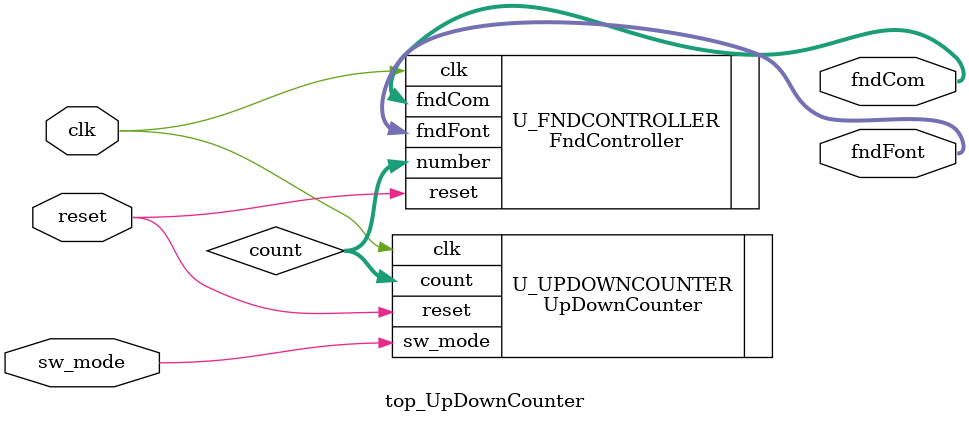
<source format=sv>
`timescale 1ns / 1ps

module top_UpDownCounter (
    input  logic       clk,
    input  logic       reset,
    input  logic       sw_mode,
    output logic [3:0] fndCom,
    output logic [7:0] fndFont
);

    logic [13:0] count;

    UpDownCounter U_UPDOWNCOUNTER (
        .clk    (clk),
        .reset  (reset),
        .sw_mode(sw_mode),
        .count  (count)
    );

    FndController U_FNDCONTROLLER (
        .clk    (clk),
        .reset  (reset),
        .number (count),
        .fndCom (fndCom),
        .fndFont(fndFont)
    );

endmodule

</source>
